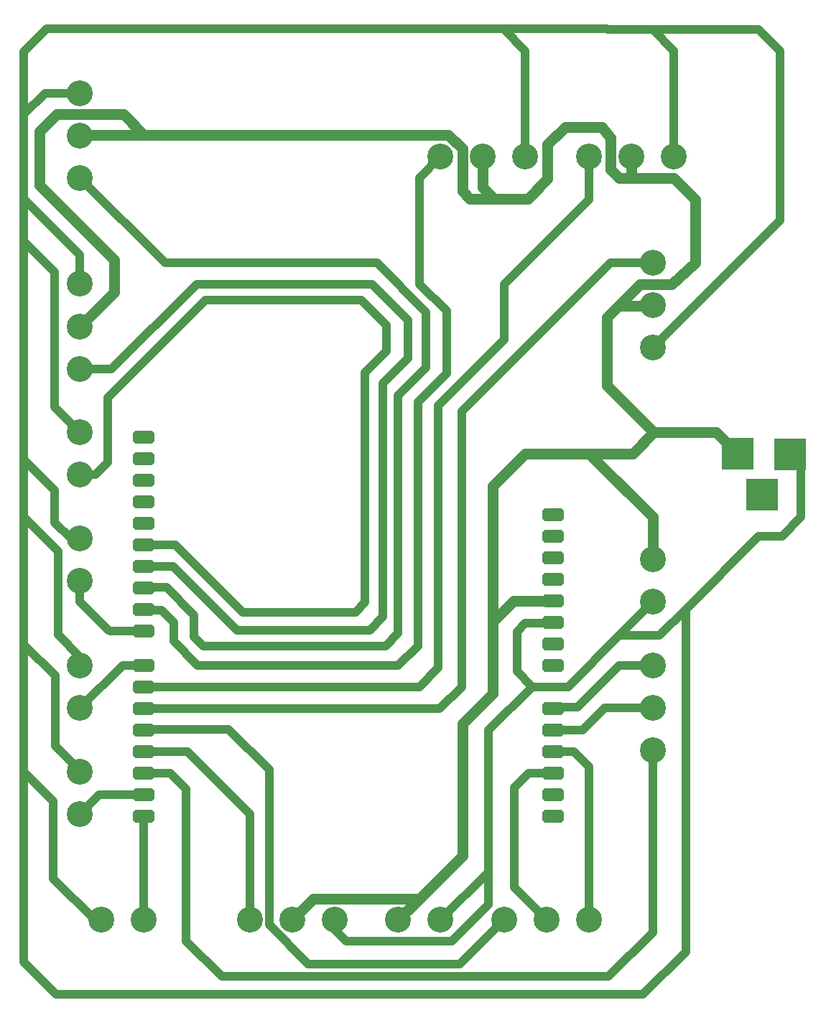
<source format=gbr>
G04 PROTEUS GERBER X2 FILE*
%TF.GenerationSoftware,Labcenter,Proteus,8.6-SP2-Build23525*%
%TF.CreationDate,2021-11-17T23:03:13+00:00*%
%TF.FileFunction,Copper,L2,Bot*%
%TF.FilePolarity,Positive*%
%TF.Part,Single*%
%FSLAX45Y45*%
%MOMM*%
G01*
%TA.AperFunction,Conductor*%
%ADD10C,1.016000*%
%ADD11C,1.270000*%
%AMDIL002*
4,1,8,
-1.270000,0.457200,-0.965200,0.762000,0.965200,0.762000,1.270000,0.457200,1.270000,-0.457200,
0.965200,-0.762000,-0.965200,-0.762000,-1.270000,-0.457200,-1.270000,0.457200,
0*%
%TA.AperFunction,ComponentPad*%
%ADD12DIL002*%
%TA.AperFunction,ComponentPad*%
%ADD13C,3.048000*%
%TA.AperFunction,ComponentPad*%
%ADD14R,3.810000X3.810000*%
%TD.AperFunction*%
D10*
X-1500000Y+4000760D02*
X-1892686Y+4000760D01*
X-2387334Y+3506112D01*
X-2659888Y+3506112D01*
X-2674000Y+3492000D01*
X-1500000Y+3500380D02*
X-2068509Y+3500380D01*
X-2330889Y+3238000D01*
X-2674000Y+3238000D01*
X-2250000Y+1000000D02*
X-2250000Y+2804333D01*
X-2429667Y+2984000D01*
X-2674000Y+2984000D01*
X-2674000Y+2730000D02*
X-2963334Y+2730000D01*
X-3133112Y+2560222D01*
X-3133112Y+1382732D01*
X-2750380Y+1000000D01*
X-1500000Y+3000000D02*
X-1500000Y+849002D01*
X-2018334Y+330668D01*
X-6580668Y+330668D01*
X-7000000Y+750000D01*
X-7000000Y+2546557D01*
X-7183000Y+2729557D01*
X-7499557Y+2729557D01*
X-7500000Y+2730000D01*
X-2921890Y+3750000D02*
X-3101112Y+3929222D01*
X-3101112Y+4398888D01*
X-3000000Y+4500000D01*
X-2682000Y+4500000D01*
X-2674000Y+4508000D01*
D11*
X-3143445Y+4761777D02*
X-2674223Y+4761777D01*
X-2674000Y+4762000D01*
D10*
X-8910666Y+9500000D02*
X-8250000Y+8839334D01*
X-8250000Y+8500760D01*
X-7500000Y+5168400D02*
X-7152178Y+5168400D01*
X-6401223Y+4417445D01*
X-4834889Y+4417445D01*
X-4679667Y+4572667D01*
X-4679667Y+7324333D01*
X-4383334Y+7620666D01*
X-4383334Y+8072222D01*
X-4425667Y+8114555D01*
X-4811112Y+8500000D01*
X-5000000Y+8500000D01*
X-6876554Y+8500000D01*
X-7882888Y+7493666D01*
X-8243666Y+7493666D01*
X-8250000Y+7500000D01*
X-8910666Y+9000000D02*
X-8547332Y+8636666D01*
X-8546111Y+8636666D01*
X-8546111Y+7046111D01*
X-8500000Y+7000000D01*
X-8250000Y+6750000D01*
X-8910666Y+9000000D02*
X-8910666Y+9500000D01*
X-7500000Y+5422400D02*
X-7123955Y+5422400D01*
X-6330667Y+4629112D01*
X-5004223Y+4629112D01*
X-4891334Y+4742001D01*
X-4891334Y+4770223D01*
X-4891334Y+7451333D01*
X-4637334Y+7705333D01*
X-4637334Y+8015777D01*
X-4651445Y+8029888D01*
X-4933668Y+8312111D01*
X-4947778Y+8312111D01*
X-6768110Y+8312111D01*
X-6810444Y+8269777D01*
X-7925222Y+7154999D01*
X-7925222Y+6393000D01*
X-8068602Y+6249620D01*
X-8250000Y+6249620D01*
X-7500000Y+4406400D02*
X-7900066Y+4406400D01*
X-7911111Y+4417445D01*
X-8250000Y+4756334D01*
X-8250000Y+4999620D01*
X-8910666Y+6750000D02*
X-8910666Y+6432999D01*
X-8546111Y+6068444D01*
X-8546111Y+5687444D01*
X-8358667Y+5500000D01*
X-8250000Y+5500000D01*
X-8910666Y+6750000D02*
X-8910666Y+9000000D01*
X-8910666Y+5750000D02*
X-8505888Y+5345222D01*
X-8505888Y+4361445D01*
X-8250000Y+4105557D01*
X-8250000Y+4000000D01*
X-8910666Y+5750000D02*
X-8910666Y+6432999D01*
X-7500000Y+4000000D02*
X-7749620Y+4000000D01*
X-8250000Y+3499620D01*
X-8910666Y+4250000D02*
X-8539260Y+3878594D01*
X-8539260Y+3052445D01*
X-8250000Y+2763185D01*
X-8250000Y+2750000D01*
X-8910666Y+4250000D02*
X-8910666Y+5750000D01*
X-7500000Y+2476000D02*
X-8023620Y+2476000D01*
X-8250000Y+2249620D01*
X-7500000Y+1000000D02*
X-7500000Y+2222000D01*
X-8910666Y+2750000D02*
X-8562778Y+2402112D01*
X-8562778Y+1486112D01*
X-8076666Y+1000000D01*
X-8000380Y+1000000D01*
X-1111445Y+4662999D02*
X-1111445Y+625779D01*
X-1615223Y+122001D01*
X-8529666Y+122001D01*
X-8910666Y+503001D01*
X-8910666Y+2750000D01*
X-8910666Y+4250000D01*
X-7500000Y+4914400D02*
X-7494621Y+4919779D01*
X-7231444Y+4919779D01*
X-6906888Y+4595223D01*
X-6906888Y+4341223D01*
X-6793999Y+4228334D01*
X-4649112Y+4228334D01*
X-4500000Y+4377446D01*
X-4500000Y+7185556D01*
X-4169334Y+7516222D01*
X-4169334Y+8169334D01*
X-4750000Y+8750000D01*
X-7250000Y+8750000D01*
X-7500000Y+4660400D02*
X-7491268Y+4651668D01*
X-7287888Y+4651668D01*
X-7146777Y+4510557D01*
X-7146777Y+4284779D01*
X-6861998Y+4000000D01*
X-4500000Y+4000000D01*
X-4268112Y+4231888D01*
X-4268112Y+7107000D01*
X-3929445Y+7445667D01*
X-3929445Y+8179445D01*
X-4250000Y+8500000D01*
X-7500000Y+3746000D02*
X-7496000Y+3750000D01*
X-4250000Y+3750000D01*
X-4028223Y+3971777D01*
X-4028223Y+7064667D01*
X-3250000Y+7842890D01*
X-3250000Y+8500000D01*
X-3250000Y+11500000D02*
X-3000000Y+11250000D01*
X-3000000Y+10000000D01*
X-3260486Y+11510486D02*
X-3250000Y+11500000D01*
X-1500864Y+11500864D02*
X-250864Y+11500864D01*
X+0Y+11250000D01*
X+0Y+9250000D01*
X-1500000Y+7750000D01*
X-3260486Y+11510486D02*
X-2037060Y+11510486D01*
X-2027438Y+11500864D01*
X-1500864Y+11500864D01*
X-1250000Y+11250000D01*
X-1250000Y+10000000D01*
X-2500000Y+8250000D02*
X-1999240Y+8750760D01*
X-1500000Y+8750760D01*
X-7500000Y+3492000D02*
X-4008000Y+3492000D01*
X-3750000Y+3750000D01*
X-3750000Y+7000000D01*
X-2500000Y+8250000D01*
X-2625000Y+8125000D01*
X-3250000Y+8500000D02*
X-2250760Y+9499240D01*
X-2250760Y+10000000D01*
D11*
X-1907397Y+8238648D02*
X-1511732Y+8238648D01*
X-1500000Y+8250380D01*
X-1750380Y+9750380D02*
X-1750380Y+10000000D01*
D10*
X-4250000Y+8500000D02*
X-4250000Y+9750760D01*
X-4000760Y+10000000D01*
D11*
X-3369313Y+9506205D02*
X-3500281Y+9637173D01*
X-3500281Y+9999901D01*
X-3500380Y+10000000D01*
D10*
X-7250000Y+8750000D02*
X-8250000Y+9750000D01*
X-8910666Y+10500000D02*
X-8659906Y+10750760D01*
X-8250000Y+10750760D01*
X-8910666Y+9500000D02*
X-8910666Y+10500000D01*
X-8910666Y+11242597D01*
X-8642777Y+11510486D01*
X-3260486Y+11510486D01*
X-1897445Y+4352555D02*
X-1500000Y+4750000D01*
X-1111445Y+4662999D02*
X-1421889Y+4352555D01*
X-1897445Y+4352555D01*
X-2500000Y+3750000D01*
X-2921890Y+3750000D01*
D11*
X-3143445Y+4761777D02*
X-3387112Y+4518110D01*
X-1934402Y+6498755D02*
X-1737145Y+6498755D01*
X-1485900Y+6750000D01*
X-2250000Y+6500000D02*
X-1500000Y+5750000D01*
X-1500000Y+5250380D01*
X-3387112Y+4518110D02*
X-3387112Y+6112888D01*
X-3000000Y+6500000D01*
X-2250000Y+6500000D01*
X-1935647Y+6500000D01*
X-1934402Y+6498755D01*
X-1485900Y+6750000D02*
X-2039688Y+7303788D01*
X-2039688Y+8106357D01*
X-1907397Y+8238648D01*
D10*
X-1111445Y+4662999D02*
X-250000Y+5524444D01*
D11*
X-1485900Y+6750000D02*
X-750000Y+6750000D01*
X-500000Y+6500000D01*
D10*
X-250000Y+5524444D02*
X+24444Y+5524444D01*
X+250000Y+5750000D01*
X+250000Y+6360700D01*
X+118800Y+6491900D01*
X-2921890Y+3750000D02*
X-3434149Y+3237741D01*
X-3434149Y+1580889D01*
X-3434149Y+1565851D01*
X-4000000Y+1000000D01*
D11*
X-4250000Y+1250000D02*
X-5500380Y+1250000D01*
X-5750380Y+1000000D01*
X-3387112Y+4518110D02*
X-3387112Y+3688148D01*
X-3387112Y+3669332D01*
X-3744592Y+3311852D01*
X-3744592Y+1755408D01*
X-3750000Y+1750000D01*
X-4250000Y+1250000D01*
X-4500000Y+1000000D01*
X-4500380Y+1000000D01*
D10*
X-3434149Y+1565851D02*
X-3434149Y+1181778D01*
X-3865927Y+750000D01*
X-5113733Y+750000D01*
X-5250000Y+886267D01*
X-5250000Y+1000000D01*
X-7500000Y+2984000D02*
X-6984000Y+2984000D01*
X-6250760Y+2250760D01*
X-6250760Y+1000000D01*
D11*
X-3369313Y+9506205D02*
X-3652696Y+9506205D01*
X-3742977Y+9596486D01*
X-3742977Y+10097330D01*
X-3905951Y+10260304D01*
X-7500000Y+10260304D01*
X-8240076Y+10260304D01*
X-8250000Y+10250380D01*
D10*
X-7500000Y+3238000D02*
X-7488000Y+3250000D01*
X-6500000Y+3250000D01*
X-6022193Y+2772193D01*
X-6022193Y+942052D01*
X-5557207Y+477066D01*
X-3773694Y+477066D01*
X-3250760Y+1000000D01*
D11*
X-1750380Y+9750380D02*
X-1898988Y+9750380D01*
X-2000000Y+9851392D01*
X-2000000Y+10222784D01*
X-2101548Y+10351548D01*
X-2531906Y+10351548D01*
X-2738281Y+10145173D01*
X-2738281Y+9740361D01*
X-2972437Y+9506205D01*
X-3369313Y+9506205D01*
X-7500000Y+10260304D02*
X-7739696Y+10500000D01*
X-8527543Y+10500000D01*
X-8728070Y+10299473D01*
X-8728070Y+9668187D01*
X-7844269Y+8784386D01*
X-7844269Y+8406111D01*
X-8250000Y+8000380D01*
X-1907397Y+8238648D02*
X-1652222Y+8493823D01*
X-1431256Y+8493823D01*
X-1277164Y+8499074D01*
X-1000000Y+8750000D01*
X-1000000Y+9496000D01*
X-1254000Y+9750129D01*
X-1750380Y+9750380D01*
D12*
X-2674000Y+5016000D03*
X-2674000Y+4762000D03*
X-2674000Y+3492000D03*
X-2674000Y+3238000D03*
X-2674000Y+2984000D03*
X-2674000Y+2730000D03*
X-2674000Y+2476000D03*
X-2674000Y+2222000D03*
X-7500000Y+6184400D03*
X-7500000Y+2222000D03*
X-7500000Y+2476000D03*
X-7500000Y+2730000D03*
X-7500000Y+2984000D03*
X-7500000Y+3238000D03*
X-7500000Y+3492000D03*
X-7500000Y+3746000D03*
X-7500000Y+4000000D03*
X-7500000Y+4406400D03*
X-7500000Y+4660400D03*
X-7500000Y+4914400D03*
X-7500000Y+5168400D03*
X-7500000Y+5422400D03*
X-7500000Y+5676400D03*
X-2674000Y+4508000D03*
X-2674000Y+4254000D03*
X-7500000Y+5930400D03*
X-2674000Y+5778000D03*
X-2674000Y+5524000D03*
X-2674000Y+5270000D03*
X-7500000Y+6692400D03*
X-7500000Y+6438400D03*
X-2674000Y+4000000D03*
D13*
X-1500000Y+4750000D03*
X-1500000Y+5250380D03*
X-1500000Y+4000760D03*
X-1500000Y+3500380D03*
X-1500000Y+3000000D03*
X-2250000Y+1000000D03*
X-2750380Y+1000000D03*
X-3250760Y+1000000D03*
X-4000000Y+1000000D03*
X-4500380Y+1000000D03*
X-8250000Y+7500000D03*
X-8250000Y+8000380D03*
X-8250000Y+8500760D03*
X-8250000Y+6750000D03*
X-8250000Y+6249620D03*
X-8250000Y+5500000D03*
X-8250000Y+4999620D03*
X-8250000Y+4000000D03*
X-8250000Y+3499620D03*
X-8250000Y+2750000D03*
X-8250000Y+2249620D03*
X-8000380Y+1000000D03*
X-7500000Y+1000000D03*
X-1500000Y+8750760D03*
X-1500000Y+8250380D03*
X-1500000Y+7750000D03*
X-2250760Y+10000000D03*
X-1750380Y+10000000D03*
X-1250000Y+10000000D03*
X-4000760Y+10000000D03*
X-3500380Y+10000000D03*
X-3000000Y+10000000D03*
X-8250000Y+9750000D03*
X-8250000Y+10250380D03*
X-8250000Y+10750760D03*
D14*
X-500000Y+6500000D03*
X+118800Y+6491900D03*
X-211200Y+6011900D03*
D13*
X-6250760Y+1000000D03*
X-5750380Y+1000000D03*
X-5250000Y+1000000D03*
M02*

</source>
